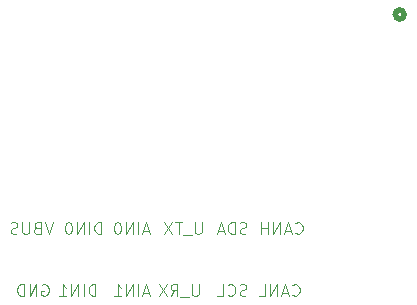
<source format=gbr>
%TF.GenerationSoftware,KiCad,Pcbnew,8.0.0-rc1*%
%TF.CreationDate,2024-02-28T14:24:43+09:00*%
%TF.ProjectId,KDL,4b444c2e-6b69-4636-9164-5f7063625858,rev?*%
%TF.SameCoordinates,Original*%
%TF.FileFunction,Paste,Bot*%
%TF.FilePolarity,Positive*%
%FSLAX46Y46*%
G04 Gerber Fmt 4.6, Leading zero omitted, Abs format (unit mm)*
G04 Created by KiCad (PCBNEW 8.0.0-rc1) date 2024-02-28 14:24:43*
%MOMM*%
%LPD*%
G01*
G04 APERTURE LIST*
%ADD10C,0.100000*%
%ADD11C,0.508000*%
G04 APERTURE END LIST*
D10*
X100196115Y-62125219D02*
X100196115Y-62934742D01*
X100196115Y-62934742D02*
X100148496Y-63029980D01*
X100148496Y-63029980D02*
X100100877Y-63077600D01*
X100100877Y-63077600D02*
X100005639Y-63125219D01*
X100005639Y-63125219D02*
X99815163Y-63125219D01*
X99815163Y-63125219D02*
X99719925Y-63077600D01*
X99719925Y-63077600D02*
X99672306Y-63029980D01*
X99672306Y-63029980D02*
X99624687Y-62934742D01*
X99624687Y-62934742D02*
X99624687Y-62125219D01*
X99386592Y-63220457D02*
X98624687Y-63220457D01*
X98529448Y-62125219D02*
X97958020Y-62125219D01*
X98243734Y-63125219D02*
X98243734Y-62125219D01*
X97719924Y-62125219D02*
X97053258Y-63125219D01*
X97053258Y-62125219D02*
X97719924Y-63125219D01*
X99946115Y-67375219D02*
X99946115Y-68184742D01*
X99946115Y-68184742D02*
X99898496Y-68279980D01*
X99898496Y-68279980D02*
X99850877Y-68327600D01*
X99850877Y-68327600D02*
X99755639Y-68375219D01*
X99755639Y-68375219D02*
X99565163Y-68375219D01*
X99565163Y-68375219D02*
X99469925Y-68327600D01*
X99469925Y-68327600D02*
X99422306Y-68279980D01*
X99422306Y-68279980D02*
X99374687Y-68184742D01*
X99374687Y-68184742D02*
X99374687Y-67375219D01*
X99136592Y-68470457D02*
X98374687Y-68470457D01*
X97565163Y-68375219D02*
X97898496Y-67899028D01*
X98136591Y-68375219D02*
X98136591Y-67375219D01*
X98136591Y-67375219D02*
X97755639Y-67375219D01*
X97755639Y-67375219D02*
X97660401Y-67422838D01*
X97660401Y-67422838D02*
X97612782Y-67470457D01*
X97612782Y-67470457D02*
X97565163Y-67565695D01*
X97565163Y-67565695D02*
X97565163Y-67708552D01*
X97565163Y-67708552D02*
X97612782Y-67803790D01*
X97612782Y-67803790D02*
X97660401Y-67851409D01*
X97660401Y-67851409D02*
X97755639Y-67899028D01*
X97755639Y-67899028D02*
X98136591Y-67899028D01*
X97231829Y-67375219D02*
X96565163Y-68375219D01*
X96565163Y-67375219D02*
X97231829Y-68375219D01*
X108124687Y-63029980D02*
X108172306Y-63077600D01*
X108172306Y-63077600D02*
X108315163Y-63125219D01*
X108315163Y-63125219D02*
X108410401Y-63125219D01*
X108410401Y-63125219D02*
X108553258Y-63077600D01*
X108553258Y-63077600D02*
X108648496Y-62982361D01*
X108648496Y-62982361D02*
X108696115Y-62887123D01*
X108696115Y-62887123D02*
X108743734Y-62696647D01*
X108743734Y-62696647D02*
X108743734Y-62553790D01*
X108743734Y-62553790D02*
X108696115Y-62363314D01*
X108696115Y-62363314D02*
X108648496Y-62268076D01*
X108648496Y-62268076D02*
X108553258Y-62172838D01*
X108553258Y-62172838D02*
X108410401Y-62125219D01*
X108410401Y-62125219D02*
X108315163Y-62125219D01*
X108315163Y-62125219D02*
X108172306Y-62172838D01*
X108172306Y-62172838D02*
X108124687Y-62220457D01*
X107743734Y-62839504D02*
X107267544Y-62839504D01*
X107838972Y-63125219D02*
X107505639Y-62125219D01*
X107505639Y-62125219D02*
X107172306Y-63125219D01*
X106838972Y-63125219D02*
X106838972Y-62125219D01*
X106838972Y-62125219D02*
X106267544Y-63125219D01*
X106267544Y-63125219D02*
X106267544Y-62125219D01*
X105791353Y-63125219D02*
X105791353Y-62125219D01*
X105791353Y-62601409D02*
X105219925Y-62601409D01*
X105219925Y-63125219D02*
X105219925Y-62125219D01*
X95743734Y-62839504D02*
X95267544Y-62839504D01*
X95838972Y-63125219D02*
X95505639Y-62125219D01*
X95505639Y-62125219D02*
X95172306Y-63125219D01*
X94838972Y-63125219D02*
X94838972Y-62125219D01*
X94362782Y-63125219D02*
X94362782Y-62125219D01*
X94362782Y-62125219D02*
X93791354Y-63125219D01*
X93791354Y-63125219D02*
X93791354Y-62125219D01*
X93124687Y-62125219D02*
X93029449Y-62125219D01*
X93029449Y-62125219D02*
X92934211Y-62172838D01*
X92934211Y-62172838D02*
X92886592Y-62220457D01*
X92886592Y-62220457D02*
X92838973Y-62315695D01*
X92838973Y-62315695D02*
X92791354Y-62506171D01*
X92791354Y-62506171D02*
X92791354Y-62744266D01*
X92791354Y-62744266D02*
X92838973Y-62934742D01*
X92838973Y-62934742D02*
X92886592Y-63029980D01*
X92886592Y-63029980D02*
X92934211Y-63077600D01*
X92934211Y-63077600D02*
X93029449Y-63125219D01*
X93029449Y-63125219D02*
X93124687Y-63125219D01*
X93124687Y-63125219D02*
X93219925Y-63077600D01*
X93219925Y-63077600D02*
X93267544Y-63029980D01*
X93267544Y-63029980D02*
X93315163Y-62934742D01*
X93315163Y-62934742D02*
X93362782Y-62744266D01*
X93362782Y-62744266D02*
X93362782Y-62506171D01*
X93362782Y-62506171D02*
X93315163Y-62315695D01*
X93315163Y-62315695D02*
X93267544Y-62220457D01*
X93267544Y-62220457D02*
X93219925Y-62172838D01*
X93219925Y-62172838D02*
X93124687Y-62125219D01*
X103993734Y-68327600D02*
X103850877Y-68375219D01*
X103850877Y-68375219D02*
X103612782Y-68375219D01*
X103612782Y-68375219D02*
X103517544Y-68327600D01*
X103517544Y-68327600D02*
X103469925Y-68279980D01*
X103469925Y-68279980D02*
X103422306Y-68184742D01*
X103422306Y-68184742D02*
X103422306Y-68089504D01*
X103422306Y-68089504D02*
X103469925Y-67994266D01*
X103469925Y-67994266D02*
X103517544Y-67946647D01*
X103517544Y-67946647D02*
X103612782Y-67899028D01*
X103612782Y-67899028D02*
X103803258Y-67851409D01*
X103803258Y-67851409D02*
X103898496Y-67803790D01*
X103898496Y-67803790D02*
X103946115Y-67756171D01*
X103946115Y-67756171D02*
X103993734Y-67660933D01*
X103993734Y-67660933D02*
X103993734Y-67565695D01*
X103993734Y-67565695D02*
X103946115Y-67470457D01*
X103946115Y-67470457D02*
X103898496Y-67422838D01*
X103898496Y-67422838D02*
X103803258Y-67375219D01*
X103803258Y-67375219D02*
X103565163Y-67375219D01*
X103565163Y-67375219D02*
X103422306Y-67422838D01*
X102422306Y-68279980D02*
X102469925Y-68327600D01*
X102469925Y-68327600D02*
X102612782Y-68375219D01*
X102612782Y-68375219D02*
X102708020Y-68375219D01*
X102708020Y-68375219D02*
X102850877Y-68327600D01*
X102850877Y-68327600D02*
X102946115Y-68232361D01*
X102946115Y-68232361D02*
X102993734Y-68137123D01*
X102993734Y-68137123D02*
X103041353Y-67946647D01*
X103041353Y-67946647D02*
X103041353Y-67803790D01*
X103041353Y-67803790D02*
X102993734Y-67613314D01*
X102993734Y-67613314D02*
X102946115Y-67518076D01*
X102946115Y-67518076D02*
X102850877Y-67422838D01*
X102850877Y-67422838D02*
X102708020Y-67375219D01*
X102708020Y-67375219D02*
X102612782Y-67375219D01*
X102612782Y-67375219D02*
X102469925Y-67422838D01*
X102469925Y-67422838D02*
X102422306Y-67470457D01*
X101517544Y-68375219D02*
X101993734Y-68375219D01*
X101993734Y-68375219D02*
X101993734Y-67375219D01*
X87588972Y-62125219D02*
X87255639Y-63125219D01*
X87255639Y-63125219D02*
X86922306Y-62125219D01*
X86255639Y-62601409D02*
X86112782Y-62649028D01*
X86112782Y-62649028D02*
X86065163Y-62696647D01*
X86065163Y-62696647D02*
X86017544Y-62791885D01*
X86017544Y-62791885D02*
X86017544Y-62934742D01*
X86017544Y-62934742D02*
X86065163Y-63029980D01*
X86065163Y-63029980D02*
X86112782Y-63077600D01*
X86112782Y-63077600D02*
X86208020Y-63125219D01*
X86208020Y-63125219D02*
X86588972Y-63125219D01*
X86588972Y-63125219D02*
X86588972Y-62125219D01*
X86588972Y-62125219D02*
X86255639Y-62125219D01*
X86255639Y-62125219D02*
X86160401Y-62172838D01*
X86160401Y-62172838D02*
X86112782Y-62220457D01*
X86112782Y-62220457D02*
X86065163Y-62315695D01*
X86065163Y-62315695D02*
X86065163Y-62410933D01*
X86065163Y-62410933D02*
X86112782Y-62506171D01*
X86112782Y-62506171D02*
X86160401Y-62553790D01*
X86160401Y-62553790D02*
X86255639Y-62601409D01*
X86255639Y-62601409D02*
X86588972Y-62601409D01*
X85588972Y-62125219D02*
X85588972Y-62934742D01*
X85588972Y-62934742D02*
X85541353Y-63029980D01*
X85541353Y-63029980D02*
X85493734Y-63077600D01*
X85493734Y-63077600D02*
X85398496Y-63125219D01*
X85398496Y-63125219D02*
X85208020Y-63125219D01*
X85208020Y-63125219D02*
X85112782Y-63077600D01*
X85112782Y-63077600D02*
X85065163Y-63029980D01*
X85065163Y-63029980D02*
X85017544Y-62934742D01*
X85017544Y-62934742D02*
X85017544Y-62125219D01*
X84588972Y-63077600D02*
X84446115Y-63125219D01*
X84446115Y-63125219D02*
X84208020Y-63125219D01*
X84208020Y-63125219D02*
X84112782Y-63077600D01*
X84112782Y-63077600D02*
X84065163Y-63029980D01*
X84065163Y-63029980D02*
X84017544Y-62934742D01*
X84017544Y-62934742D02*
X84017544Y-62839504D01*
X84017544Y-62839504D02*
X84065163Y-62744266D01*
X84065163Y-62744266D02*
X84112782Y-62696647D01*
X84112782Y-62696647D02*
X84208020Y-62649028D01*
X84208020Y-62649028D02*
X84398496Y-62601409D01*
X84398496Y-62601409D02*
X84493734Y-62553790D01*
X84493734Y-62553790D02*
X84541353Y-62506171D01*
X84541353Y-62506171D02*
X84588972Y-62410933D01*
X84588972Y-62410933D02*
X84588972Y-62315695D01*
X84588972Y-62315695D02*
X84541353Y-62220457D01*
X84541353Y-62220457D02*
X84493734Y-62172838D01*
X84493734Y-62172838D02*
X84398496Y-62125219D01*
X84398496Y-62125219D02*
X84160401Y-62125219D01*
X84160401Y-62125219D02*
X84017544Y-62172838D01*
X86672306Y-67422838D02*
X86767544Y-67375219D01*
X86767544Y-67375219D02*
X86910401Y-67375219D01*
X86910401Y-67375219D02*
X87053258Y-67422838D01*
X87053258Y-67422838D02*
X87148496Y-67518076D01*
X87148496Y-67518076D02*
X87196115Y-67613314D01*
X87196115Y-67613314D02*
X87243734Y-67803790D01*
X87243734Y-67803790D02*
X87243734Y-67946647D01*
X87243734Y-67946647D02*
X87196115Y-68137123D01*
X87196115Y-68137123D02*
X87148496Y-68232361D01*
X87148496Y-68232361D02*
X87053258Y-68327600D01*
X87053258Y-68327600D02*
X86910401Y-68375219D01*
X86910401Y-68375219D02*
X86815163Y-68375219D01*
X86815163Y-68375219D02*
X86672306Y-68327600D01*
X86672306Y-68327600D02*
X86624687Y-68279980D01*
X86624687Y-68279980D02*
X86624687Y-67946647D01*
X86624687Y-67946647D02*
X86815163Y-67946647D01*
X86196115Y-68375219D02*
X86196115Y-67375219D01*
X86196115Y-67375219D02*
X85624687Y-68375219D01*
X85624687Y-68375219D02*
X85624687Y-67375219D01*
X85148496Y-68375219D02*
X85148496Y-67375219D01*
X85148496Y-67375219D02*
X84910401Y-67375219D01*
X84910401Y-67375219D02*
X84767544Y-67422838D01*
X84767544Y-67422838D02*
X84672306Y-67518076D01*
X84672306Y-67518076D02*
X84624687Y-67613314D01*
X84624687Y-67613314D02*
X84577068Y-67803790D01*
X84577068Y-67803790D02*
X84577068Y-67946647D01*
X84577068Y-67946647D02*
X84624687Y-68137123D01*
X84624687Y-68137123D02*
X84672306Y-68232361D01*
X84672306Y-68232361D02*
X84767544Y-68327600D01*
X84767544Y-68327600D02*
X84910401Y-68375219D01*
X84910401Y-68375219D02*
X85148496Y-68375219D01*
X107874687Y-68279980D02*
X107922306Y-68327600D01*
X107922306Y-68327600D02*
X108065163Y-68375219D01*
X108065163Y-68375219D02*
X108160401Y-68375219D01*
X108160401Y-68375219D02*
X108303258Y-68327600D01*
X108303258Y-68327600D02*
X108398496Y-68232361D01*
X108398496Y-68232361D02*
X108446115Y-68137123D01*
X108446115Y-68137123D02*
X108493734Y-67946647D01*
X108493734Y-67946647D02*
X108493734Y-67803790D01*
X108493734Y-67803790D02*
X108446115Y-67613314D01*
X108446115Y-67613314D02*
X108398496Y-67518076D01*
X108398496Y-67518076D02*
X108303258Y-67422838D01*
X108303258Y-67422838D02*
X108160401Y-67375219D01*
X108160401Y-67375219D02*
X108065163Y-67375219D01*
X108065163Y-67375219D02*
X107922306Y-67422838D01*
X107922306Y-67422838D02*
X107874687Y-67470457D01*
X107493734Y-68089504D02*
X107017544Y-68089504D01*
X107588972Y-68375219D02*
X107255639Y-67375219D01*
X107255639Y-67375219D02*
X106922306Y-68375219D01*
X106588972Y-68375219D02*
X106588972Y-67375219D01*
X106588972Y-67375219D02*
X106017544Y-68375219D01*
X106017544Y-68375219D02*
X106017544Y-67375219D01*
X105065163Y-68375219D02*
X105541353Y-68375219D01*
X105541353Y-68375219D02*
X105541353Y-67375219D01*
X103993734Y-63077600D02*
X103850877Y-63125219D01*
X103850877Y-63125219D02*
X103612782Y-63125219D01*
X103612782Y-63125219D02*
X103517544Y-63077600D01*
X103517544Y-63077600D02*
X103469925Y-63029980D01*
X103469925Y-63029980D02*
X103422306Y-62934742D01*
X103422306Y-62934742D02*
X103422306Y-62839504D01*
X103422306Y-62839504D02*
X103469925Y-62744266D01*
X103469925Y-62744266D02*
X103517544Y-62696647D01*
X103517544Y-62696647D02*
X103612782Y-62649028D01*
X103612782Y-62649028D02*
X103803258Y-62601409D01*
X103803258Y-62601409D02*
X103898496Y-62553790D01*
X103898496Y-62553790D02*
X103946115Y-62506171D01*
X103946115Y-62506171D02*
X103993734Y-62410933D01*
X103993734Y-62410933D02*
X103993734Y-62315695D01*
X103993734Y-62315695D02*
X103946115Y-62220457D01*
X103946115Y-62220457D02*
X103898496Y-62172838D01*
X103898496Y-62172838D02*
X103803258Y-62125219D01*
X103803258Y-62125219D02*
X103565163Y-62125219D01*
X103565163Y-62125219D02*
X103422306Y-62172838D01*
X102993734Y-63125219D02*
X102993734Y-62125219D01*
X102993734Y-62125219D02*
X102755639Y-62125219D01*
X102755639Y-62125219D02*
X102612782Y-62172838D01*
X102612782Y-62172838D02*
X102517544Y-62268076D01*
X102517544Y-62268076D02*
X102469925Y-62363314D01*
X102469925Y-62363314D02*
X102422306Y-62553790D01*
X102422306Y-62553790D02*
X102422306Y-62696647D01*
X102422306Y-62696647D02*
X102469925Y-62887123D01*
X102469925Y-62887123D02*
X102517544Y-62982361D01*
X102517544Y-62982361D02*
X102612782Y-63077600D01*
X102612782Y-63077600D02*
X102755639Y-63125219D01*
X102755639Y-63125219D02*
X102993734Y-63125219D01*
X102041353Y-62839504D02*
X101565163Y-62839504D01*
X102136591Y-63125219D02*
X101803258Y-62125219D01*
X101803258Y-62125219D02*
X101469925Y-63125219D01*
X91196115Y-68375219D02*
X91196115Y-67375219D01*
X91196115Y-67375219D02*
X90958020Y-67375219D01*
X90958020Y-67375219D02*
X90815163Y-67422838D01*
X90815163Y-67422838D02*
X90719925Y-67518076D01*
X90719925Y-67518076D02*
X90672306Y-67613314D01*
X90672306Y-67613314D02*
X90624687Y-67803790D01*
X90624687Y-67803790D02*
X90624687Y-67946647D01*
X90624687Y-67946647D02*
X90672306Y-68137123D01*
X90672306Y-68137123D02*
X90719925Y-68232361D01*
X90719925Y-68232361D02*
X90815163Y-68327600D01*
X90815163Y-68327600D02*
X90958020Y-68375219D01*
X90958020Y-68375219D02*
X91196115Y-68375219D01*
X90196115Y-68375219D02*
X90196115Y-67375219D01*
X89719925Y-68375219D02*
X89719925Y-67375219D01*
X89719925Y-67375219D02*
X89148497Y-68375219D01*
X89148497Y-68375219D02*
X89148497Y-67375219D01*
X88148497Y-68375219D02*
X88719925Y-68375219D01*
X88434211Y-68375219D02*
X88434211Y-67375219D01*
X88434211Y-67375219D02*
X88529449Y-67518076D01*
X88529449Y-67518076D02*
X88624687Y-67613314D01*
X88624687Y-67613314D02*
X88719925Y-67660933D01*
X95743734Y-68089504D02*
X95267544Y-68089504D01*
X95838972Y-68375219D02*
X95505639Y-67375219D01*
X95505639Y-67375219D02*
X95172306Y-68375219D01*
X94838972Y-68375219D02*
X94838972Y-67375219D01*
X94362782Y-68375219D02*
X94362782Y-67375219D01*
X94362782Y-67375219D02*
X93791354Y-68375219D01*
X93791354Y-68375219D02*
X93791354Y-67375219D01*
X92791354Y-68375219D02*
X93362782Y-68375219D01*
X93077068Y-68375219D02*
X93077068Y-67375219D01*
X93077068Y-67375219D02*
X93172306Y-67518076D01*
X93172306Y-67518076D02*
X93267544Y-67613314D01*
X93267544Y-67613314D02*
X93362782Y-67660933D01*
X91696115Y-63125219D02*
X91696115Y-62125219D01*
X91696115Y-62125219D02*
X91458020Y-62125219D01*
X91458020Y-62125219D02*
X91315163Y-62172838D01*
X91315163Y-62172838D02*
X91219925Y-62268076D01*
X91219925Y-62268076D02*
X91172306Y-62363314D01*
X91172306Y-62363314D02*
X91124687Y-62553790D01*
X91124687Y-62553790D02*
X91124687Y-62696647D01*
X91124687Y-62696647D02*
X91172306Y-62887123D01*
X91172306Y-62887123D02*
X91219925Y-62982361D01*
X91219925Y-62982361D02*
X91315163Y-63077600D01*
X91315163Y-63077600D02*
X91458020Y-63125219D01*
X91458020Y-63125219D02*
X91696115Y-63125219D01*
X90696115Y-63125219D02*
X90696115Y-62125219D01*
X90219925Y-63125219D02*
X90219925Y-62125219D01*
X90219925Y-62125219D02*
X89648497Y-63125219D01*
X89648497Y-63125219D02*
X89648497Y-62125219D01*
X88981830Y-62125219D02*
X88886592Y-62125219D01*
X88886592Y-62125219D02*
X88791354Y-62172838D01*
X88791354Y-62172838D02*
X88743735Y-62220457D01*
X88743735Y-62220457D02*
X88696116Y-62315695D01*
X88696116Y-62315695D02*
X88648497Y-62506171D01*
X88648497Y-62506171D02*
X88648497Y-62744266D01*
X88648497Y-62744266D02*
X88696116Y-62934742D01*
X88696116Y-62934742D02*
X88743735Y-63029980D01*
X88743735Y-63029980D02*
X88791354Y-63077600D01*
X88791354Y-63077600D02*
X88886592Y-63125219D01*
X88886592Y-63125219D02*
X88981830Y-63125219D01*
X88981830Y-63125219D02*
X89077068Y-63077600D01*
X89077068Y-63077600D02*
X89124687Y-63029980D01*
X89124687Y-63029980D02*
X89172306Y-62934742D01*
X89172306Y-62934742D02*
X89219925Y-62744266D01*
X89219925Y-62744266D02*
X89219925Y-62506171D01*
X89219925Y-62506171D02*
X89172306Y-62315695D01*
X89172306Y-62315695D02*
X89124687Y-62220457D01*
X89124687Y-62220457D02*
X89077068Y-62172838D01*
X89077068Y-62172838D02*
X88981830Y-62125219D01*
D11*
%TO.C,J3*%
X117351199Y-44543200D02*
G75*
G02*
X116589199Y-44543200I-381000J0D01*
G01*
X116589199Y-44543200D02*
G75*
G02*
X117351199Y-44543200I381000J0D01*
G01*
%TD*%
M02*

</source>
